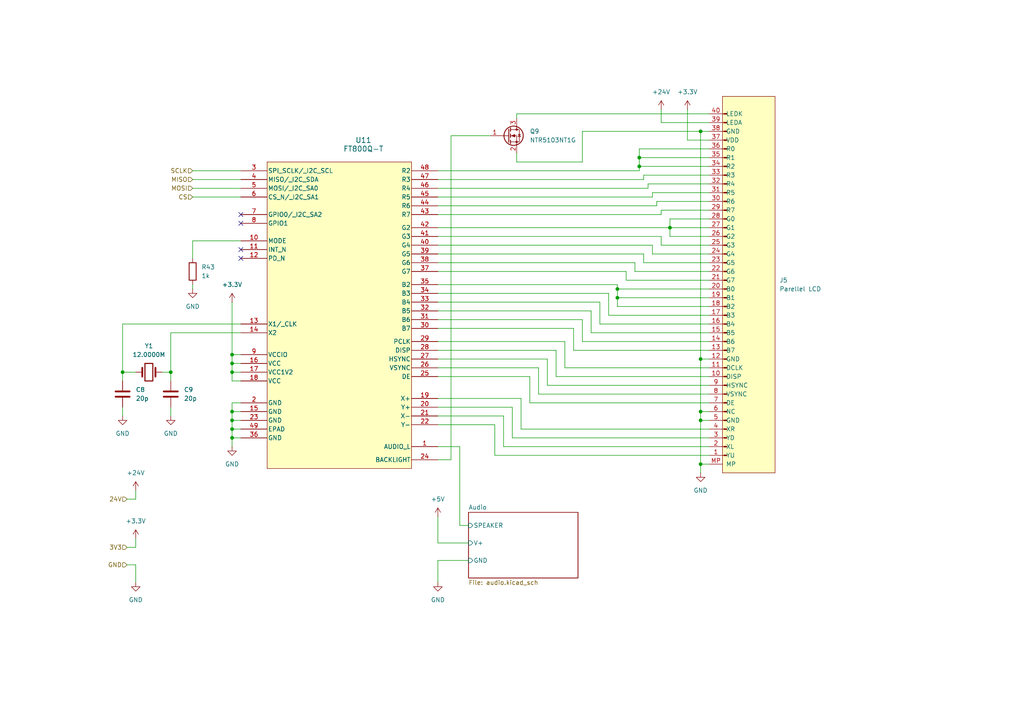
<source format=kicad_sch>
(kicad_sch (version 20250114) (generator "eeschema") (generator_version "9.0")
  (paper "A4")
  (lib_symbols
    (symbol "Device:C" (pin_numbers (hide yes)) (pin_names (offset 0.254))
      (property "Reference" "C" (at 0.635 2.54 0))
      (property "Value" "C" (at 0.635 -2.54 0))
      (symbol "C_0_1"
        (polyline (pts (xy -2.032 0.762) (xy 2.032 0.762)) (stroke (width 0.508)))
        (polyline (pts (xy -2.032 -0.762) (xy 2.032 -0.762)) (stroke (width 0.508)))
      )
      (symbol "C_1_1"
        (pin passive line (at 0 3.81 270) (length 2.794) (name "~") (number "1"))
        (pin passive line (at 0 -3.81 90) (length 2.794) (name "~") (number "2"))
      )
    )
    (symbol "Device:Crystal" (pin_numbers (hide yes)) (pin_names (offset 1.016) (hide yes))
      (property "Reference" "Y" (at 0 3.81 0))
      (property "Value" "Crystal" (at 0 -3.81 0))
      (symbol "Crystal_0_1"
        (polyline (pts (xy -2.54 0) (xy -1.905 0)))
        (polyline (pts (xy -1.905 -1.27) (xy -1.905 1.27)) (stroke (width 0.508)))
        (rectangle (start -1.143 2.54) (end 1.143 -2.54) (stroke (width 0.3048)))
        (polyline (pts (xy 1.905 -1.27) (xy 1.905 1.27)) (stroke (width 0.508)))
        (polyline (pts (xy 2.54 0) (xy 1.905 0)))
      )
      (symbol "Crystal_1_1"
        (pin passive line (at -3.81 0 0) (length 1.27) (name "1") (number "1"))
        (pin passive line (at 3.81 0 180) (length 1.27) (name "2") (number "2"))
      )
    )
    (symbol "Device:R" (pin_numbers (hide yes)) (pin_names (offset 0))
      (property "Reference" "R" (at 2.032 0 90))
      (property "Value" "R" (at 0 0 90))
      (symbol "R_0_1"
        (rectangle (start -1.016 -2.54) (end 1.016 2.54) (stroke (width 0.254)))
      )
      (symbol "R_1_1"
        (pin passive line (at 0 3.81 270) (length 1.27) (name "~") (number "1"))
        (pin passive line (at 0 -3.81 90) (length 1.27) (name "~") (number "2"))
      )
    )
    (symbol "FT800:FT800Q-T" (pin_names (offset 0.254))
      (property "Reference" "U11" (at 35.56 10.16 0))
      (property "Value" "FT800Q-T" (at 35.56 7.62 0))
      (symbol "FT800Q-T_0_1"
        (pin input line (at 0 1.27 0) (length 7.62) (name "SPI_SCLK/_I2C_SCL") (number "3"))
        (pin bidirectional line (at 0 -1.27 0) (length 7.62) (name "MISO/_I2C_SDA") (number "4"))
        (pin input line (at 0 -3.81 0) (length 7.62) (name "MOSI/_I2C_SA0") (number "5"))
        (pin input line (at 0 -6.35 0) (length 7.62) (name "CS_N/_I2C_SA1") (number "6"))
        (pin bidirectional line (at 0 -11.43 0) (length 7.62) (name "GPIO0/_I2C_SA2") (number "7"))
        (pin bidirectional line (at 0 -13.97 0) (length 7.62) (name "GPIO1") (number "8"))
        (pin input line (at 0 -19.05 0) (length 7.62) (name "MODE") (number "10"))
        (pin output line (at 0 -21.59 0) (length 7.62) (name "INT_N") (number "11"))
        (pin input line (at 0 -24.13 0) (length 7.62) (name "PD_N") (number "12"))
        (pin input line (at 0 -43.18 0) (length 7.62) (name "X1/_CLK") (number "13"))
        (pin output line (at 0 -45.72 0) (length 7.62) (name "X2") (number "14"))
        (pin power_in line (at 0 -52.07 0) (length 7.62) (name "VCCIO") (number "9"))
        (pin power_in line (at 0 -54.61 0) (length 7.62) (name "VCC") (number "16"))
        (pin power_in line (at 0 -57.15 0) (length 7.62) (name "VCC1V2") (number "17"))
        (pin power_in line (at 0 -59.69 0) (length 7.62) (name "VCC") (number "18"))
        (pin power_out line (at 0 -66.04 0) (length 7.62) (name "GND") (number "2"))
        (pin power_out line (at 0 -68.58 0) (length 7.62) (name "GND") (number "15"))
        (pin power_out line (at 0 -71.12 0) (length 7.62) (name "GND") (number "23"))
        (pin power_out line (at 0 -76.2 0) (length 7.62) (name "GND") (number "36"))
        (pin output line (at 57.15 1.27 180) (length 7.62) (name "R2") (number "48"))
        (pin output line (at 57.15 -1.27 180) (length 7.62) (name "R3") (number "47"))
        (pin output line (at 57.15 -3.81 180) (length 7.62) (name "R4") (number "46"))
        (pin output line (at 57.15 -6.35 180) (length 7.62) (name "R5") (number "45"))
        (pin output line (at 57.15 -8.89 180) (length 7.62) (name "R6") (number "44"))
        (pin output line (at 57.15 -11.43 180) (length 7.62) (name "R7") (number "43"))
        (pin output line (at 57.15 -15.24 180) (length 7.62) (name "G2") (number "42"))
        (pin output line (at 57.15 -17.78 180) (length 7.62) (name "G3") (number "41"))
        (pin output line (at 57.15 -20.32 180) (length 7.62) (name "G4") (number "40"))
        (pin output line (at 57.15 -22.86 180) (length 7.62) (name "G5") (number "39"))
        (pin output line (at 57.15 -25.4 180) (length 7.62) (name "G6") (number "38"))
        (pin output line (at 57.15 -27.94 180) (length 7.62) (name "G7") (number "37"))
        (pin output line (at 57.15 -31.75 180) (length 7.62) (name "B2") (number "35"))
        (pin output line (at 57.15 -34.29 180) (length 7.62) (name "B3") (number "34"))
        (pin output line (at 57.15 -36.83 180) (length 7.62) (name "B4") (number "33"))
        (pin output line (at 57.15 -39.37 180) (length 7.62) (name "B5") (number "32"))
        (pin output line (at 57.15 -41.91 180) (length 7.62) (name "B6") (number "31"))
        (pin output line (at 57.15 -44.45 180) (length 7.62) (name "B7") (number "30"))
        (pin output line (at 57.15 -48.26 180) (length 7.62) (name "PCLK") (number "29"))
        (pin output line (at 57.15 -50.8 180) (length 7.62) (name "DISP") (number "28"))
        (pin output line (at 57.15 -53.34 180) (length 7.62) (name "HSYNC") (number "27"))
        (pin output line (at 57.15 -55.88 180) (length 7.62) (name "VSYNC") (number "26"))
        (pin output line (at 57.15 -58.42 180) (length 7.62) (name "DE") (number "25"))
        (pin output line (at 57.15 -64.77 180) (length 7.62) (name "X+") (number "19"))
        (pin bidirectional line (at 57.15 -67.31 180) (length 7.62) (name "Y+") (number "20"))
        (pin bidirectional line (at 57.15 -69.85 180) (length 7.62) (name "X-") (number "21"))
        (pin bidirectional line (at 57.15 -72.39 180) (length 7.62) (name "Y-") (number "22"))
        (pin output line (at 57.15 -78.74 180) (length 7.62) (name "AUDIO_L") (number "1"))
        (pin output line (at 57.15 -82.55 180) (length 7.62) (name "BACKLIGHT") (number "24"))
      )
      (symbol "FT800Q-T_1_1"
        (rectangle (start 7.62 3.81) (end 49.53 -85.09) (fill (type color) (color 255 255 194 1)))
        (pin power_out line (at 0 -73.66 0) (length 7.62) (name "EPAD") (number "49"))
      )
    )
    (symbol "LCD_interface:Conn_01x40_Pin" (pin_names (offset 1.016))
      (property "Reference" "J5" (at -15.24 0.0001 0))
      (property "Value" "Parellel LCD" (at -15.24 -2.5399 0))
      (symbol "Conn_01x40_Pin_1_1"
        (rectangle (start -13.97 53.34) (end 1.27 -55.88) (fill (type background)))
        (rectangle (start 0 48.387) (end 0.8636 48.133) (stroke (width 0.1524)) (fill (type outline)))
        (rectangle (start 0.8636 45.847) (end 0 45.593) (stroke (width 0.1524)) (fill (type outline)))
        (rectangle (start 0.8636 43.307) (end 0 43.053) (stroke (width 0.1524)) (fill (type outline)))
        (rectangle (start 0.8636 40.767) (end 0 40.513) (stroke (width 0.1524)) (fill (type outline)))
        (rectangle (start 0.8636 38.227) (end 0 37.973) (stroke (width 0.1524)) (fill (type outline)))
        (rectangle (start 0.8636 35.687) (end 0 35.433) (stroke (width 0.1524)) (fill (type outline)))
        (rectangle (start 0.8636 33.147) (end 0 32.893) (stroke (width 0.1524)) (fill (type outline)))
        (rectangle (start 0.8636 30.607) (end 0 30.353) (stroke (width 0.1524)) (fill (type outline)))
        (rectangle (start 0.8636 28.067) (end 0 27.813) (stroke (width 0.1524)) (fill (type outline)))
        (rectangle (start 0.8636 25.527) (end 0 25.273) (stroke (width 0.1524)) (fill (type outline)))
        (rectangle (start 0.8636 22.987) (end 0 22.733) (stroke (width 0.1524)) (fill (type outline)))
        (rectangle (start 0.8636 20.447) (end 0 20.193) (stroke (width 0.1524)) (fill (type outline)))
        (rectangle (start 0.8636 17.907) (end 0 17.653) (stroke (width 0.1524)) (fill (type outline)))
        (rectangle (start 0.8636 15.367) (end 0 15.113) (stroke (width 0.1524)) (fill (type outline)))
        (rectangle (start 0.8636 12.827) (end 0 12.573) (stroke (width 0.1524)) (fill (type outline)))
        (rectangle (start 0.8636 10.287) (end 0 10.033) (stroke (width 0.1524)) (fill (type outline)))
        (rectangle (start 0.8636 7.747) (end 0 7.493) (stroke (width 0.1524)) (fill (type outline)))
        (rectangle (start 0.8636 5.207) (end 0 4.953) (stroke (width 0.1524)) (fill (type outline)))
        (rectangle (start 0.8636 2.667) (end 0 2.413) (stroke (width 0.1524)) (fill (type outline)))
        (rectangle (start 0.8636 0.127) (end 0 -0.127) (stroke (width 0.1524)) (fill (type outline)))
        (rectangle (start 0.8636 -2.413) (end 0 -2.667) (stroke (width 0.1524)) (fill (type outline)))
        (rectangle (start 0.8636 -4.953) (end 0 -5.207) (stroke (width 0.1524)) (fill (type outline)))
        (rectangle (start 0.8636 -7.493) (end 0 -7.747) (stroke (width 0.1524)) (fill (type outline)))
        (rectangle (start 0.8636 -10.033) (end 0 -10.287) (stroke (width 0.1524)) (fill (type outline)))
        (rectangle (start 0.8636 -12.573) (end 0 -12.827) (stroke (width 0.1524)) (fill (type outline)))
        (rectangle (start 0.8636 -15.113) (end 0 -15.367) (stroke (width 0.1524)) (fill (type outline)))
        (rectangle (start 0.8636 -17.653) (end 0 -17.907) (stroke (width 0.1524)) (fill (type outline)))
        (rectangle (start 0.8636 -20.193) (end 0 -20.447) (stroke (width 0.1524)) (fill (type outline)))
        (rectangle (start 0.8636 -22.733) (end 0 -22.987) (stroke (width 0.1524)) (fill (type outline)))
        (rectangle (start 0.8636 -25.273) (end 0 -25.527) (stroke (width 0.1524)) (fill (type outline)))
        (rectangle (start 0.8636 -27.813) (end 0 -28.067) (stroke (width 0.1524)) (fill (type outline)))
        (rectangle (start 0.8636 -30.353) (end 0 -30.607) (stroke (width 0.1524)) (fill (type outline)))
        (rectangle (start 0.8636 -32.893) (end 0 -33.147) (stroke (width 0.1524)) (fill (type outline)))
        (rectangle (start 0.8636 -35.433) (end 0 -35.687) (stroke (width 0.1524)) (fill (type outline)))
        (rectangle (start 0.8636 -37.973) (end 0 -38.227) (stroke (width 0.1524)) (fill (type outline)))
        (rectangle (start 0.8636 -40.513) (end 0 -40.767) (stroke (width 0.1524)) (fill (type outline)))
        (rectangle (start 0.8636 -43.053) (end 0 -43.307) (stroke (width 0.1524)) (fill (type outline)))
        (rectangle (start 0.8636 -45.593) (end 0 -45.847) (stroke (width 0.1524)) (fill (type outline)))
        (rectangle (start 0.8636 -48.133) (end 0 -48.387) (stroke (width 0.1524)) (fill (type outline)))
        (rectangle (start 0.8636 -50.673) (end 0 -50.927) (stroke (width 0.1524)) (fill (type outline)))
        (polyline (pts (xy 1.27 48.26) (xy 0.8636 48.26)) (stroke (width 0.1524)))
        (polyline (pts (xy 1.27 45.72) (xy 0.8636 45.72)) (stroke (width 0.1524)))
        (polyline (pts (xy 1.27 43.18) (xy 0.8636 43.18)) (stroke (width 0.1524)))
        (polyline (pts (xy 1.27 40.64) (xy 0.8636 40.64)) (stroke (width 0.1524)))
        (polyline (pts (xy 1.27 38.1) (xy 0.8636 38.1)) (stroke (width 0.1524)))
        (polyline (pts (xy 1.27 35.56) (xy 0.8636 35.56)) (stroke (width 0.1524)))
        (polyline (pts (xy 1.27 33.02) (xy 0.8636 33.02)) (stroke (width 0.1524)))
        (polyline (pts (xy 1.27 30.48) (xy 0.8636 30.48)) (stroke (width 0.1524)))
        (polyline (pts (xy 1.27 27.94) (xy 0.8636 27.94)) (stroke (width 0.1524)))
        (polyline (pts (xy 1.27 25.4) (xy 0.8636 25.4)) (stroke (width 0.1524)))
        (polyline (pts (xy 1.27 22.86) (xy 0.8636 22.86)) (stroke (width 0.1524)))
        (polyline (pts (xy 1.27 20.32) (xy 0.8636 20.32)) (stroke (width 0.1524)))
        (polyline (pts (xy 1.27 17.78) (xy 0.8636 17.78)) (stroke (width 0.1524)))
        (polyline (pts (xy 1.27 15.24) (xy 0.8636 15.24)) (stroke (width 0.1524)))
        (polyline (pts (xy 1.27 12.7) (xy 0.8636 12.7)) (stroke (width 0.1524)))
        (polyline (pts (xy 1.27 10.16) (xy 0.8636 10.16)) (stroke (width 0.1524)))
        (polyline (pts (xy 1.27 7.62) (xy 0.8636 7.62)) (stroke (width 0.1524)))
        (polyline (pts (xy 1.27 5.08) (xy 0.8636 5.08)) (stroke (width 0.1524)))
        (polyline (pts (xy 1.27 2.54) (xy 0.8636 2.54)) (stroke (width 0.1524)))
        (polyline (pts (xy 1.27 0) (xy 0.8636 0)) (stroke (width 0.1524)))
        (polyline (pts (xy 1.27 -2.54) (xy 0.8636 -2.54)) (stroke (width 0.1524)))
        (polyline (pts (xy 1.27 -5.08) (xy 0.8636 -5.08)) (stroke (width 0.1524)))
        (polyline (pts (xy 1.27 -7.62) (xy 0.8636 -7.62)) (stroke (width 0.1524)))
        (polyline (pts (xy 1.27 -10.16) (xy 0.8636 -10.16)) (stroke (width 0.1524)))
        (polyline (pts (xy 1.27 -12.7) (xy 0.8636 -12.7)) (stroke (width 0.1524)))
        (polyline (pts (xy 1.27 -15.24) (xy 0.8636 -15.24)) (stroke (width 0.1524)))
        (polyline (pts (xy 1.27 -17.78) (xy 0.8636 -17.78)) (stroke (width 0.1524)))
        (polyline (pts (xy 1.27 -20.32) (xy 0.8636 -20.32)) (stroke (width 0.1524)))
        (polyline (pts (xy 1.27 -22.86) (xy 0.8636 -22.86)) (stroke (width 0.1524)))
        (polyline (pts (xy 1.27 -25.4) (xy 0.8636 -25.4)) (stroke (width 0.1524)))
        (polyline (pts (xy 1.27 -27.94) (xy 0.8636 -27.94)) (stroke (width 0.1524)))
        (polyline (pts (xy 1.27 -30.48) (xy 0.8636 -30.48)) (stroke (width 0.1524)))
        (polyline (pts (xy 1.27 -33.02) (xy 0.8636 -33.02)) (stroke (width 0.1524)))
        (polyline (pts (xy 1.27 -35.56) (xy 0.8636 -35.56)) (stroke (width 0.1524)))
        (polyline (pts (xy 1.27 -38.1) (xy 0.8636 -38.1)) (stroke (width 0.1524)))
        (polyline (pts (xy 1.27 -40.64) (xy 0.8636 -40.64)) (stroke (width 0.1524)))
        (polyline (pts (xy 1.27 -43.18) (xy 0.8636 -43.18)) (stroke (width 0.1524)))
        (polyline (pts (xy 1.27 -45.72) (xy 0.8636 -45.72)) (stroke (width 0.1524)))
        (polyline (pts (xy 1.27 -48.26) (xy 0.8636 -48.26)) (stroke (width 0.1524)))
        (polyline (pts (xy 1.27 -50.8) (xy 0.8636 -50.8)) (stroke (width 0.1524)))
        (pin passive line (at 5.08 48.26 180) (length 3.81) (name "LEDK") (number "40"))
        (pin passive line (at 5.08 45.72 180) (length 3.81) (name "LEDA") (number "39"))
        (pin passive line (at 5.08 43.18 180) (length 3.81) (name "GND") (number "38"))
        (pin passive line (at 5.08 40.64 180) (length 3.81) (name "VDD") (number "37"))
        (pin passive line (at 5.08 38.1 180) (length 3.81) (name "R0") (number "36"))
        (pin passive line (at 5.08 35.56 180) (length 3.81) (name "R1") (number "35"))
        (pin passive line (at 5.08 33.02 180) (length 3.81) (name "R2") (number "34"))
        (pin passive line (at 5.08 30.48 180) (length 3.81) (name "R3") (number "33"))
        (pin passive line (at 5.08 27.94 180) (length 3.81) (name "R4") (number "32"))
        (pin passive line (at 5.08 25.4 180) (length 3.81) (name "R5") (number "31"))
        (pin passive line (at 5.08 22.86 180) (length 3.81) (name "R6") (number "30"))
        (pin passive line (at 5.08 20.32 180) (length 3.81) (name "R7") (number "29"))
        (pin passive line (at 5.08 17.78 180) (length 3.81) (name "G0") (number "28"))
        (pin passive line (at 5.08 15.24 180) (length 3.81) (name "G1") (number "27"))
        (pin passive line (at 5.08 12.7 180) (length 3.81) (name "G2") (number "26"))
        (pin passive line (at 5.08 10.16 180) (length 3.81) (name "G3") (number "25"))
        (pin passive line (at 5.08 7.62 180) (length 3.81) (name "G4") (number "24"))
        (pin passive line (at 5.08 5.08 180) (length 3.81) (name "G5") (number "23"))
        (pin passive line (at 5.08 2.54 180) (length 3.81) (name "G6") (number "22"))
        (pin passive line (at 5.08 0 180) (length 3.81) (name "G7") (number "21"))
        (pin passive line (at 5.08 -2.54 180) (length 3.81) (name "B0") (number "20"))
        (pin passive line (at 5.08 -5.08 180) (length 3.81) (name "B1") (number "19"))
        (pin passive line (at 5.08 -7.62 180) (length 3.81) (name "B2") (number "18"))
        (pin passive line (at 5.08 -10.16 180) (length 3.81) (name "B3") (number "17"))
        (pin passive line (at 5.08 -12.7 180) (length 3.81) (name "B4") (number "16"))
        (pin passive line (at 5.08 -15.24 180) (length 3.81) (name "B5") (number "15"))
        (pin passive line (at 5.08 -17.78 180) (length 3.81) (name "B6") (number "14"))
        (pin passive line (at 5.08 -20.32 180) (length 3.81) (name "B7") (number "13"))
        (pin passive line (at 5.08 -22.86 180) (length 3.81) (name "GND") (number "12"))
        (pin passive line (at 5.08 -25.4 180) (length 3.81) (name "DCLK") (number "11"))
        (pin passive line (at 5.08 -27.94 180) (length 3.81) (name "DISP") (number "10"))
        (pin passive line (at 5.08 -30.48 180) (length 3.81) (name "HSYNC") (number "9"))
        (pin passive line (at 5.08 -33.02 180) (length 3.81) (name "VSYNC") (number "8"))
        (pin passive line (at 5.08 -35.56 180) (length 3.81) (name "DE") (number "7"))
        (pin passive line (at 5.08 -38.1 180) (length 3.81) (name "NC") (number "6"))
        (pin passive line (at 5.08 -40.64 180) (length 3.81) (name "GND") (number "5"))
        (pin passive line (at 5.08 -43.18 180) (length 3.81) (name "XR") (number "4"))
        (pin passive line (at 5.08 -45.72 180) (length 3.81) (name "YD") (number "3"))
        (pin passive line (at 5.08 -48.26 180) (length 3.81) (name "XL") (number "2"))
        (pin passive line (at 5.08 -50.8 180) (length 3.81) (name "YU") (number "1"))
        (pin passive line (at 5.08 -53.34 180) (length 3.81) (name "MP") (number "MP"))
      )
    )
    (symbol "Transistor_FET:Q_NMOS_GSD" (pin_names (offset 0) (hide yes))
      (property "Reference" "Q" (at 5.08 1.905 0))
      (property "Value" "Q_NMOS_GSD" (at 5.08 0 0))
      (symbol "Q_NMOS_GSD_0_1"
        (polyline (pts (xy 0.254 1.905) (xy 0.254 -1.905)) (stroke (width 0.254)))
        (polyline (pts (xy 0.254 0) (xy -2.54 0)))
        (polyline (pts (xy 0.762 2.286) (xy 0.762 1.27)) (stroke (width 0.254)))
        (polyline (pts (xy 0.762 0.508) (xy 0.762 -0.508)) (stroke (width 0.254)))
        (polyline (pts (xy 0.762 -1.27) (xy 0.762 -2.286)) (stroke (width 0.254)))
        (polyline (pts (xy 0.762 -1.778) (xy 3.302 -1.778) (xy 3.302 1.778) (xy 0.762 1.778)))
        (polyline (pts (xy 1.016 0) (xy 2.032 0.381) (xy 2.032 -0.381) (xy 1.016 0)) (fill (type outline)))
        (circle (center 1.651 0) (radius 2.794) (stroke (width 0.254)))
        (polyline (pts (xy 2.54 2.54) (xy 2.54 1.778)))
        (circle (center 2.54 1.778) (radius 0.254) (fill (type outline)))
        (circle (center 2.54 -1.778) (radius 0.254) (fill (type outline)))
        (polyline (pts (xy 2.54 -2.54) (xy 2.54 0) (xy 0.762 0)))
        (polyline (pts (xy 2.921 0.381) (xy 3.683 0.381)))
        (polyline (pts (xy 3.302 0.381) (xy 2.921 -0.254) (xy 3.683 -0.254) (xy 3.302 0.381)))
      )
      (symbol "Q_NMOS_GSD_1_1"
        (pin input line (at -5.08 0 0) (length 2.54) (name "G") (number "1"))
        (pin passive line (at 2.54 5.08 270) (length 2.54) (name "D") (number "3"))
        (pin passive line (at 2.54 -5.08 90) (length 2.54) (name "S") (number "2"))
      )
    )
    (symbol "power:+24V" (power) (pin_numbers (hide yes)) (pin_names (offset 0) (hide yes))
      (property "Value" "+24V" (at 0 3.556 0))
      (symbol "+24V_0_1"
        (polyline (pts (xy -0.762 1.27) (xy 0 2.54)))
        (polyline (pts (xy 0 2.54) (xy 0.762 1.27)))
        (polyline (pts (xy 0 0) (xy 0 2.54)))
      )
      (symbol "+24V_1_1"
        (pin power_in line (at 0 0 90) (length 0) (name "~") (number "1"))
      )
    )
    (symbol "power:+3.3V" (power) (pin_numbers (hide yes)) (pin_names (offset 0) (hide yes))
      (property "Value" "+3.3V" (at 0 3.556 0))
      (symbol "+3.3V_0_1"
        (polyline (pts (xy -0.762 1.27) (xy 0 2.54)))
        (polyline (pts (xy 0 2.54) (xy 0.762 1.27)))
        (polyline (pts (xy 0 0) (xy 0 2.54)))
      )
      (symbol "+3.3V_1_1"
        (pin power_in line (at 0 0 90) (length 0) (name "~") (number "1"))
      )
    )
    (symbol "power:+5V" (power) (pin_numbers (hide yes)) (pin_names (offset 0) (hide yes))
      (property "Value" "+5V" (at 0 3.556 0))
      (symbol "+5V_0_1"
        (polyline (pts (xy -0.762 1.27) (xy 0 2.54)))
        (polyline (pts (xy 0 2.54) (xy 0.762 1.27)))
        (polyline (pts (xy 0 0) (xy 0 2.54)))
      )
      (symbol "+5V_1_1"
        (pin power_in line (at 0 0 90) (length 0) (name "~") (number "1"))
      )
    )
    (symbol "power:GND" (power) (pin_numbers (hide yes)) (pin_names (offset 0) (hide yes))
      (property "Value" "GND" (at 0 -3.81 0))
      (symbol "GND_0_1"
        (polyline (pts (xy 0 0) (xy 0 -1.27) (xy 1.27 -1.27) (xy 0 -2.54) (xy -1.27 -1.27) (xy 0 -1.27)))
      )
      (symbol "GND_1_1"
        (pin power_in line (at 0 0 270) (length 0) (name "~") (number "1"))
      )
    )
  )
  (junction (at 67.31 107.95))
  (junction (at 49.53 107.95))
  (junction (at 67.31 119.38))
  (junction (at 67.31 102.87))
  (junction (at 179.07 86.36))
  (junction (at 203.2 119.38))
  (junction (at 179.07 83.82))
  (junction (at 67.31 121.92))
  (junction (at 203.2 134.62))
  (junction (at 203.2 121.92))
  (junction (at 185.42 45.72))
  (junction (at 185.42 48.26))
  (junction (at 203.2 104.14))
  (junction (at 67.31 105.41))
  (junction (at 67.31 127))
  (junction (at 67.31 124.46))
  (junction (at 35.56 107.95))
  (junction (at 194.31 66.04))
  (junction (at 203.2 38.1))
  (no_connect (at 69.85 62.23))
  (no_connect (at 69.85 74.93))
  (no_connect (at 69.85 64.77))
  (no_connect (at 69.85 72.39))
  (wire (pts (xy 127 123.19) (xy 143.51 123.19)))
  (wire (pts (xy 203.2 121.92) (xy 205.74 121.92)))
  (wire (pts (xy 127 59.69) (xy 190.5 59.69)))
  (wire (pts (xy 203.2 104.14) (xy 203.2 119.38)))
  (wire (pts (xy 163.83 106.68) (xy 163.83 99.06)))
  (wire (pts (xy 161.29 109.22) (xy 161.29 101.6)))
  (wire (pts (xy 39.37 144.78) (xy 36.83 144.78)))
  (wire (pts (xy 185.42 45.72) (xy 185.42 48.26)))
  (wire (pts (xy 127 106.68) (xy 156.21 106.68)))
  (wire (pts (xy 205.74 81.28) (xy 181.61 81.28)))
  (wire (pts (xy 127 85.09) (xy 176.53 85.09)))
  (wire (pts (xy 205.74 83.82) (xy 179.07 83.82)))
  (wire (pts (xy 143.51 123.19) (xy 143.51 132.08)))
  (wire (pts (xy 166.37 101.6) (xy 166.37 95.25)))
  (wire (pts (xy 39.37 163.83) (xy 39.37 168.91)))
  (wire (pts (xy 127 129.54) (xy 133.35 129.54)))
  (wire (pts (xy 127 62.23) (xy 191.77 62.23)))
  (wire (pts (xy 46.99 107.95) (xy 49.53 107.95)))
  (wire (pts (xy 130.81 39.37) (xy 130.81 133.35)))
  (wire (pts (xy 205.74 96.52) (xy 171.45 96.52)))
  (wire (pts (xy 205.74 116.84) (xy 153.67 116.84)))
  (wire (pts (xy 186.69 73.66) (xy 186.69 76.2)))
  (wire (pts (xy 127 66.04) (xy 194.31 66.04)))
  (wire (pts (xy 127 49.53) (xy 185.42 49.53)))
  (wire (pts (xy 203.2 134.62) (xy 203.2 121.92)))
  (wire (pts (xy 185.42 43.18) (xy 205.74 43.18)))
  (wire (pts (xy 135.89 157.48) (xy 127 157.48)))
  (wire (pts (xy 143.51 132.08) (xy 205.74 132.08)))
  (wire (pts (xy 67.31 116.84) (xy 67.31 119.38)))
  (wire (pts (xy 127 54.61) (xy 187.96 54.61)))
  (wire (pts (xy 205.74 71.12) (xy 191.77 71.12)))
  (wire (pts (xy 149.86 46.99) (xy 168.91 46.99)))
  (wire (pts (xy 205.74 101.6) (xy 166.37 101.6)))
  (wire (pts (xy 35.56 107.95) (xy 39.37 107.95)))
  (wire (pts (xy 67.31 119.38) (xy 69.85 119.38)))
  (wire (pts (xy 55.88 52.07) (xy 69.85 52.07)))
  (wire (pts (xy 127 87.63) (xy 173.99 87.63)))
  (wire (pts (xy 158.75 104.14) (xy 158.75 111.76)))
  (wire (pts (xy 55.88 74.93) (xy 55.88 69.85)))
  (wire (pts (xy 148.59 127) (xy 148.59 118.11)))
  (wire (pts (xy 127 101.6) (xy 161.29 101.6)))
  (wire (pts (xy 127 118.11) (xy 148.59 118.11)))
  (wire (pts (xy 133.35 129.54) (xy 133.35 152.4)))
  (wire (pts (xy 168.91 99.06) (xy 205.74 99.06)))
  (wire (pts (xy 146.05 129.54) (xy 146.05 120.65)))
  (wire (pts (xy 127 104.14) (xy 158.75 104.14)))
  (wire (pts (xy 67.31 127) (xy 69.85 127)))
  (wire (pts (xy 203.2 119.38) (xy 205.74 119.38)))
  (wire (pts (xy 149.86 44.45) (xy 149.86 46.99)))
  (wire (pts (xy 205.74 124.46) (xy 151.13 124.46)))
  (wire (pts (xy 199.39 40.64) (xy 199.39 31.75)))
  (wire (pts (xy 179.07 86.36) (xy 205.74 86.36)))
  (wire (pts (xy 191.77 60.96) (xy 191.77 62.23)))
  (wire (pts (xy 187.96 53.34) (xy 205.74 53.34)))
  (wire (pts (xy 55.88 49.53) (xy 69.85 49.53)))
  (wire (pts (xy 67.31 124.46) (xy 67.31 127)))
  (wire (pts (xy 184.15 78.74) (xy 205.74 78.74)))
  (wire (pts (xy 127 92.71) (xy 168.91 92.71)))
  (wire (pts (xy 69.85 116.84) (xy 67.31 116.84)))
  (wire (pts (xy 194.31 63.5) (xy 205.74 63.5)))
  (wire (pts (xy 142.24 39.37) (xy 130.81 39.37)))
  (wire (pts (xy 67.31 121.92) (xy 69.85 121.92)))
  (wire (pts (xy 35.56 93.98) (xy 69.85 93.98)))
  (wire (pts (xy 127 82.55) (xy 179.07 82.55)))
  (wire (pts (xy 49.53 118.11) (xy 49.53 120.65)))
  (wire (pts (xy 67.31 102.87) (xy 69.85 102.87)))
  (wire (pts (xy 189.23 55.88) (xy 205.74 55.88)))
  (wire (pts (xy 203.2 134.62) (xy 205.74 134.62)))
  (wire (pts (xy 185.42 48.26) (xy 205.74 48.26)))
  (wire (pts (xy 205.74 127) (xy 148.59 127)))
  (wire (pts (xy 176.53 91.44) (xy 176.53 85.09)))
  (wire (pts (xy 127 109.22) (xy 153.67 109.22)))
  (wire (pts (xy 127 57.15) (xy 189.23 57.15)))
  (wire (pts (xy 173.99 87.63) (xy 173.99 93.98)))
  (wire (pts (xy 191.77 35.56) (xy 205.74 35.56)))
  (wire (pts (xy 203.2 38.1) (xy 203.2 104.14)))
  (wire (pts (xy 127 71.12) (xy 189.23 71.12)))
  (wire (pts (xy 190.5 58.42) (xy 205.74 58.42)))
  (wire (pts (xy 185.42 45.72) (xy 185.42 43.18)))
  (wire (pts (xy 194.31 66.04) (xy 194.31 68.58)))
  (wire (pts (xy 35.56 107.95) (xy 35.56 110.49)))
  (wire (pts (xy 189.23 71.12) (xy 189.23 73.66)))
  (wire (pts (xy 158.75 111.76) (xy 205.74 111.76)))
  (wire (pts (xy 127 115.57) (xy 151.13 115.57)))
  (wire (pts (xy 67.31 102.87) (xy 67.31 87.63)))
  (wire (pts (xy 156.21 114.3) (xy 156.21 106.68)))
  (wire (pts (xy 35.56 93.98) (xy 35.56 107.95)))
  (wire (pts (xy 179.07 82.55) (xy 179.07 83.82)))
  (wire (pts (xy 205.74 106.68) (xy 163.83 106.68)))
  (wire (pts (xy 127 68.58) (xy 191.77 68.58)))
  (wire (pts (xy 67.31 105.41) (xy 69.85 105.41)))
  (wire (pts (xy 205.74 38.1) (xy 203.2 38.1)))
  (wire (pts (xy 168.91 38.1) (xy 203.2 38.1)))
  (wire (pts (xy 205.74 129.54) (xy 146.05 129.54)))
  (wire (pts (xy 203.2 137.16) (xy 203.2 134.62)))
  (wire (pts (xy 191.77 60.96) (xy 205.74 60.96)))
  (wire (pts (xy 67.31 119.38) (xy 67.31 121.92)))
  (wire (pts (xy 189.23 73.66) (xy 205.74 73.66)))
  (wire (pts (xy 171.45 96.52) (xy 171.45 90.17)))
  (wire (pts (xy 168.91 92.71) (xy 168.91 99.06)))
  (wire (pts (xy 179.07 83.82) (xy 179.07 86.36)))
  (wire (pts (xy 127 168.91) (xy 127 162.56)))
  (wire (pts (xy 149.86 33.02) (xy 205.74 33.02)))
  (wire (pts (xy 194.31 66.04) (xy 194.31 63.5)))
  (wire (pts (xy 55.88 54.61) (xy 69.85 54.61)))
  (wire (pts (xy 36.83 158.75) (xy 39.37 158.75)))
  (wire (pts (xy 191.77 68.58) (xy 191.77 71.12)))
  (wire (pts (xy 184.15 76.2) (xy 184.15 78.74)))
  (wire (pts (xy 127 95.25) (xy 166.37 95.25)))
  (wire (pts (xy 127 52.07) (xy 186.69 52.07)))
  (wire (pts (xy 36.83 163.83) (xy 39.37 163.83)))
  (wire (pts (xy 39.37 142.24) (xy 39.37 144.78)))
  (wire (pts (xy 127 76.2) (xy 184.15 76.2)))
  (wire (pts (xy 67.31 124.46) (xy 69.85 124.46)))
  (wire (pts (xy 67.31 107.95) (xy 67.31 105.41)))
  (wire (pts (xy 67.31 110.49) (xy 67.31 107.95)))
  (wire (pts (xy 49.53 107.95) (xy 49.53 110.49)))
  (wire (pts (xy 67.31 107.95) (xy 69.85 107.95)))
  (wire (pts (xy 179.07 88.9) (xy 205.74 88.9)))
  (wire (pts (xy 179.07 86.36) (xy 179.07 88.9)))
  (wire (pts (xy 49.53 96.52) (xy 69.85 96.52)))
  (wire (pts (xy 186.69 50.8) (xy 205.74 50.8)))
  (wire (pts (xy 186.69 50.8) (xy 186.69 52.07)))
  (wire (pts (xy 168.91 46.99) (xy 168.91 38.1)))
  (wire (pts (xy 205.74 76.2) (xy 186.69 76.2)))
  (wire (pts (xy 127 157.48) (xy 127 149.86)))
  (wire (pts (xy 205.74 114.3) (xy 156.21 114.3)))
  (wire (pts (xy 173.99 93.98) (xy 205.74 93.98)))
  (wire (pts (xy 205.74 91.44) (xy 176.53 91.44)))
  (wire (pts (xy 127 120.65) (xy 146.05 120.65)))
  (wire (pts (xy 35.56 118.11) (xy 35.56 120.65)))
  (wire (pts (xy 203.2 121.92) (xy 203.2 119.38)))
  (wire (pts (xy 55.88 69.85) (xy 69.85 69.85)))
  (wire (pts (xy 203.2 104.14) (xy 205.74 104.14)))
  (wire (pts (xy 127 90.17) (xy 171.45 90.17)))
  (wire (pts (xy 127 162.56) (xy 135.89 162.56)))
  (wire (pts (xy 205.74 109.22) (xy 161.29 109.22)))
  (wire (pts (xy 127 99.06) (xy 163.83 99.06)))
  (wire (pts (xy 39.37 158.75) (xy 39.37 156.21)))
  (wire (pts (xy 187.96 53.34) (xy 187.96 54.61)))
  (wire (pts (xy 205.74 45.72) (xy 185.42 45.72)))
  (wire (pts (xy 67.31 105.41) (xy 67.31 102.87)))
  (wire (pts (xy 151.13 124.46) (xy 151.13 115.57)))
  (wire (pts (xy 194.31 68.58) (xy 205.74 68.58)))
  (wire (pts (xy 190.5 58.42) (xy 190.5 59.69)))
  (wire (pts (xy 153.67 116.84) (xy 153.67 109.22)))
  (wire (pts (xy 55.88 82.55) (xy 55.88 83.82)))
  (wire (pts (xy 205.74 40.64) (xy 199.39 40.64)))
  (wire (pts (xy 181.61 78.74) (xy 181.61 81.28)))
  (wire (pts (xy 205.74 66.04) (xy 194.31 66.04)))
  (wire (pts (xy 149.86 33.02) (xy 149.86 34.29)))
  (wire (pts (xy 191.77 31.75) (xy 191.77 35.56)))
  (wire (pts (xy 67.31 121.92) (xy 67.31 124.46)))
  (wire (pts (xy 189.23 55.88) (xy 189.23 57.15)))
  (wire (pts (xy 49.53 107.95) (xy 49.53 96.52)))
  (wire (pts (xy 130.81 133.35) (xy 127 133.35)))
  (wire (pts (xy 127 73.66) (xy 186.69 73.66)))
  (wire (pts (xy 55.88 57.15) (xy 69.85 57.15)))
  (wire (pts (xy 185.42 49.53) (xy 185.42 48.26)))
  (wire (pts (xy 69.85 110.49) (xy 67.31 110.49)))
  (wire (pts (xy 127 78.74) (xy 181.61 78.74)))
  (wire (pts (xy 67.31 127) (xy 67.31 129.54)))
  (wire (pts (xy 133.35 152.4) (xy 135.89 152.4)))
  (hierarchical_label "MISO" (shape input) (at 55.88 52.07 180))
  (hierarchical_label "MOSI" (shape input) (at 55.88 54.61 180))
  (hierarchical_label "SCLK" (shape input) (at 55.88 49.53 180))
  (hierarchical_label "CS" (shape input) (at 55.88 57.15 180))
  (hierarchical_label "GND" (shape input) (at 36.83 163.83 180))
  (hierarchical_label "3V3" (shape input) (at 36.83 158.75 180))
  (hierarchical_label "24V" (shape input) (at 36.83 144.78 180))
  (symbol (lib_id "power:+24V") (at 191.77 31.75 0) (unit 1)
    (property "Reference" "#PWR090" (effects (hide yes)))
    (property "Value" "+24V" (at 191.77 26.67 0))
    (property "Description" "Power symbol creates a global label with name \"+24V\"" (effects (hide yes)))
  )
  (symbol (lib_id "Device:R") (at 55.88 78.74 0) (unit 1)
    (property "Reference" "R43" (at 58.42 77.4699 0) (effects (justify left)))
    (property "Value" "1k" (at 58.42 80.0099 0) (effects (justify left)))
    (property "Footprint" "Resistor_SMD:R_0603_1608Metric_Pad0.98x0.95mm_HandSolder" (effects (hide yes)))
    (property "Description" "Resistor" (effects (hide yes)))
  )
  (symbol (lib_id "Device:C") (at 35.56 114.3 0) (unit 1)
    (property "Reference" "C8" (at 39.37 113.0299 0) (effects (justify left)))
    (property "Value" "20p" (at 39.37 115.5699 0) (effects (justify left)))
    (property "Footprint" "Capacitor_SMD:C_0402_1005Metric_Pad0.74x0.62mm_HandSolder" (effects (hide yes)))
    (property "Description" "Unpolarized capacitor" (effects (hide yes)))
  )
  (symbol (lib_id "power:GND") (at 55.88 83.82 0) (unit 1)
    (property "Reference" "#PWR085" (effects (hide yes)))
    (property "Value" "GND" (at 55.88 88.9 0))
    (property "Description" "Power symbol creates a global label with name \"GND\" , ground" (effects (hide yes)))
  )
  (symbol (lib_id "power:+24V") (at 39.37 142.24 0) (unit 1)
    (property "Reference" "#PWR081" (effects (hide yes)))
    (property "Value" "+24V" (at 39.37 137.16 0))
    (property "Description" "Power symbol creates a global label with name \"+24V\"" (effects (hide yes)))
  )
  (symbol (lib_id "FT800:FT800Q-T") (at 69.85 50.8 0) (unit 1)
    (property "Reference" "U11" (at 105.41 40.64 0) (effects (font (size 1.524 1.524))))
    (property "Value" "FT800Q-T" (at 105.41 43.18 0) (effects (font (size 1.524 1.524))))
    (property "Footprint" "Package_DFN_QFN:VQFN-48-1EP_7x7mm_P0.5mm_EP4.1x4.1mm" (effects (hide yes)))
    (property "Datasheet" "FT800Q-T" (effects (hide yes)))
  )
  (symbol (lib_id "power:+3.3V") (at 39.37 156.21 0) (unit 1)
    (property "Reference" "#PWR082" (effects (hide yes)))
    (property "Value" "+3.3V" (at 39.37 151.13 0))
    (property "Description" "Power symbol creates a global label with name \"+3.3V\"" (effects (hide yes)))
  )
  (symbol (lib_id "power:GND") (at 49.53 120.65 0) (unit 1)
    (property "Reference" "#PWR084" (effects (hide yes)))
    (property "Value" "GND" (at 49.53 125.73 0))
    (property "Description" "Power symbol creates a global label with name \"GND\" , ground" (effects (hide yes)))
  )
  (symbol (lib_id "power:+5V") (at 127 149.86 0) (unit 1)
    (property "Reference" "#PWR088" (effects (hide yes)))
    (property "Value" "+5V" (at 127 144.78 0))
    (property "Description" "Power symbol creates a global label with name \"+5V\"" (effects (hide yes)))
  )
  (symbol (lib_id "power:GND") (at 67.31 129.54 0) (unit 1)
    (property "Reference" "#PWR087" (effects (hide yes)))
    (property "Value" "GND" (at 67.31 134.62 0))
    (property "Description" "Power symbol creates a global label with name \"GND\" , ground" (effects (hide yes)))
  )
  (symbol (lib_id "Device:Crystal") (at 43.18 107.95 0) (unit 1)
    (property "Reference" "Y1" (at 43.18 100.33 0))
    (property "Value" "12.0000M" (at 43.18 102.87 0))
    (property "Footprint" "Crystal:Crystal_HC49-4H_Vertical" (effects (hide yes)))
    (property "Description" "Two pin crystal" (effects (hide yes)))
  )
  (symbol (lib_id "Device:C") (at 49.53 114.3 0) (unit 1)
    (property "Reference" "C9" (at 53.34 113.0299 0) (effects (justify left)))
    (property "Value" "20p" (at 53.34 115.5699 0) (effects (justify left)))
    (property "Footprint" "Capacitor_SMD:C_0402_1005Metric_Pad0.74x0.62mm_HandSolder" (effects (hide yes)))
    (property "Description" "Unpolarized capacitor" (effects (hide yes)))
  )
  (symbol (lib_id "LCD_interface:Conn_01x40_Pin") (at 210.82 81.28 0) (mirror y) (unit 1)
    (property "Reference" "J5" (at 226.06 81.2799 0) (effects (justify right)))
    (property "Value" "Parellel LCD" (at 226.06 83.8199 0) (effects (justify right)))
    (property "Footprint" "Connector_FFC-FPC:TE_4-1734839-0_1x40-1MP_P0.5mm_Horizontal" (effects (hide yes)))
    (property "Datasheet" "https://www.lairui.com/uploads/file/2020614/LT043A-04AT.pdf" (effects (hide yes)))
    (property "Description" "Generic connector, single row, 01x40, script generated" (effects (hide yes)))
  )
  (symbol (lib_id "power:GND") (at 127 168.91 0) (mirror y) (unit 1)
    (property "Reference" "#PWR089" (effects (hide yes)))
    (property "Value" "GND" (at 127 173.99 0))
    (property "Description" "Power symbol creates a global label with name \"GND\" , ground" (effects (hide yes)))
  )
  (symbol (lib_id "power:GND") (at 35.56 120.65 0) (unit 1)
    (property "Reference" "#PWR080" (effects (hide yes)))
    (property "Value" "GND" (at 35.56 125.73 0))
    (property "Description" "Power symbol creates a global label with name \"GND\" , ground" (effects (hide yes)))
  )
  (symbol (lib_id "power:+3.3V") (at 199.39 31.75 0) (unit 1)
    (property "Reference" "#PWR091" (effects (hide yes)))
    (property "Value" "+3.3V" (at 199.39 26.67 0))
    (property "Description" "Power symbol creates a global label with name \"+3.3V\"" (effects (hide yes)))
  )
  (symbol (lib_id "power:GND") (at 203.2 137.16 0) (mirror y) (unit 1)
    (property "Reference" "#PWR092" (effects (hide yes)))
    (property "Value" "GND" (at 203.2 142.24 0))
    (property "Description" "Power symbol creates a global label with name \"GND\" , ground" (effects (hide yes)))
  )
  (symbol (lib_id "power:+3.3V") (at 67.31 87.63 0) (unit 1)
    (property "Reference" "#PWR086" (effects (hide yes)))
    (property "Value" "+3.3V" (at 67.31 82.55 0))
    (property "Description" "Power symbol creates a global label with name \"+3.3V\"" (effects (hide yes)))
  )
  (symbol (lib_id "Transistor_FET:Q_NMOS_GSD") (at 147.32 39.37 0) (unit 1)
    (property "Reference" "Q9" (at 153.67 38.0999 0) (effects (justify left)))
    (property "Value" "NTR5103NT1G" (at 153.67 40.6399 0) (effects (justify left)))
    (property "Footprint" "Package_TO_SOT_SMD:SOT-23_Handsoldering" (effects (hide yes)))
    (property "Description" "N-MOSFET transistor, gate/source/drain" (effects (hide yes)))
  )
  (symbol (lib_id "power:GND") (at 39.37 168.91 0) (unit 1)
    (property "Reference" "#PWR083" (effects (hide yes)))
    (property "Value" "GND" (at 39.37 173.99 0))
    (property "Description" "Power symbol creates a global label with name \"GND\" , ground" (effects (hide yes)))
  )
  (sheet (at 135.89 148.59) (size 31.75 19.05) (stroke (width 0.1524))
    (property "Sheetname" "Audio" (at 135.89 147.8784 0) (effects (justify left bottom)))
    (property "Sheetfile" "audio.kicad_sch" (at 135.89 168.2246 0) (effects (justify left top)))
    (pin "SPEAKER" input (at 135.89 152.4 180))
    (pin "GND" input (at 135.89 162.56 180))
    (pin "V+" input (at 135.89 157.48 180))
  )
)
</source>
